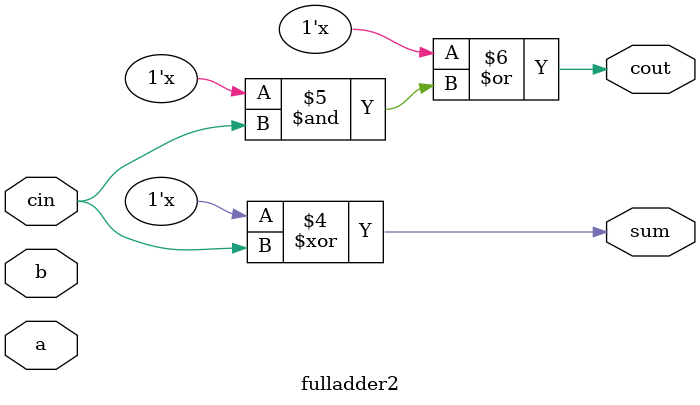
<source format=sv>
`timescale 1ns/1ps

module fulladder2(input logic a, b, cin,
                 output logic sum, cout);

    logic p, g;

    always_comb
        begin
            p <= a ^ b;  //nonblocking
            g <= a & b;  //nonblocking

            sum <= p ^ cin;
            cout <= g | (p & cin);
        end
endmodule
</source>
